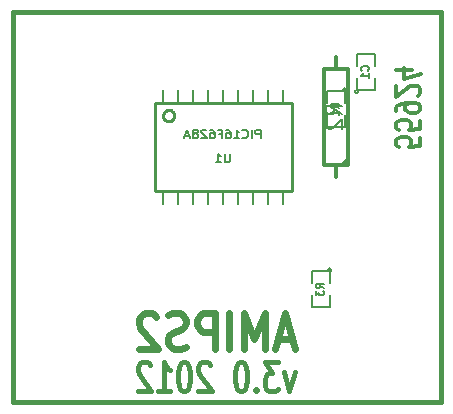
<source format=gbo>
G04 (created by PCBNEW-RS274X (2011-07-08 BZR 3044)-stable) date 29/07/2012 21:08:13*
G01*
G70*
G90*
%MOIN*%
G04 Gerber Fmt 3.4, Leading zero omitted, Abs format*
%FSLAX34Y34*%
G04 APERTURE LIST*
%ADD10C,0.006000*%
%ADD11C,0.012000*%
%ADD12C,0.017700*%
%ADD13C,0.023600*%
%ADD14C,0.015000*%
%ADD15C,0.010000*%
%ADD16C,0.005000*%
%ADD17C,0.005900*%
%ADD18C,0.008000*%
G04 APERTURE END LIST*
G54D10*
G54D11*
X27076Y-10198D02*
X27076Y-10484D01*
X26695Y-10513D01*
X26733Y-10484D01*
X26771Y-10427D01*
X26771Y-10284D01*
X26733Y-10227D01*
X26695Y-10198D01*
X26619Y-10170D01*
X26429Y-10170D01*
X26352Y-10198D01*
X26314Y-10227D01*
X26276Y-10284D01*
X26276Y-10427D01*
X26314Y-10484D01*
X26352Y-10513D01*
X27076Y-09627D02*
X27076Y-09913D01*
X26695Y-09942D01*
X26733Y-09913D01*
X26771Y-09856D01*
X26771Y-09713D01*
X26733Y-09656D01*
X26695Y-09627D01*
X26619Y-09599D01*
X26429Y-09599D01*
X26352Y-09627D01*
X26314Y-09656D01*
X26276Y-09713D01*
X26276Y-09856D01*
X26314Y-09913D01*
X26352Y-09942D01*
X26276Y-09314D02*
X26276Y-09199D01*
X26314Y-09142D01*
X26352Y-09114D01*
X26467Y-09056D01*
X26619Y-09028D01*
X26924Y-09028D01*
X27000Y-09056D01*
X27038Y-09085D01*
X27076Y-09142D01*
X27076Y-09256D01*
X27038Y-09314D01*
X27000Y-09342D01*
X26924Y-09371D01*
X26733Y-09371D01*
X26657Y-09342D01*
X26619Y-09314D01*
X26581Y-09256D01*
X26581Y-09142D01*
X26619Y-09085D01*
X26657Y-09056D01*
X26733Y-09028D01*
X27000Y-08800D02*
X27038Y-08771D01*
X27076Y-08714D01*
X27076Y-08571D01*
X27038Y-08514D01*
X27000Y-08485D01*
X26924Y-08457D01*
X26848Y-08457D01*
X26733Y-08485D01*
X26276Y-08828D01*
X26276Y-08457D01*
X26810Y-07943D02*
X26276Y-07943D01*
X27114Y-08086D02*
X26543Y-08229D01*
X26543Y-07857D01*
G54D12*
X22883Y-17992D02*
X22714Y-18648D01*
X22545Y-17992D01*
X22343Y-17664D02*
X21904Y-17664D01*
X22140Y-18039D01*
X22039Y-18039D01*
X21971Y-18086D01*
X21938Y-18133D01*
X21904Y-18227D01*
X21904Y-18461D01*
X21938Y-18555D01*
X21971Y-18601D01*
X22039Y-18648D01*
X22241Y-18648D01*
X22309Y-18601D01*
X22343Y-18555D01*
X21600Y-18555D02*
X21566Y-18601D01*
X21600Y-18648D01*
X21634Y-18601D01*
X21600Y-18555D01*
X21600Y-18648D01*
X21127Y-17664D02*
X21060Y-17664D01*
X20992Y-17711D01*
X20958Y-17758D01*
X20925Y-17852D01*
X20891Y-18039D01*
X20891Y-18273D01*
X20925Y-18461D01*
X20958Y-18555D01*
X20992Y-18601D01*
X21060Y-18648D01*
X21127Y-18648D01*
X21195Y-18601D01*
X21228Y-18555D01*
X21262Y-18461D01*
X21296Y-18273D01*
X21296Y-18039D01*
X21262Y-17852D01*
X21228Y-17758D01*
X21195Y-17711D01*
X21127Y-17664D01*
X20081Y-17758D02*
X20047Y-17711D01*
X19980Y-17664D01*
X19811Y-17664D01*
X19743Y-17711D01*
X19710Y-17758D01*
X19676Y-17852D01*
X19676Y-17945D01*
X19710Y-18086D01*
X20115Y-18648D01*
X19676Y-18648D01*
X19237Y-17664D02*
X19170Y-17664D01*
X19102Y-17711D01*
X19068Y-17758D01*
X19035Y-17852D01*
X19001Y-18039D01*
X19001Y-18273D01*
X19035Y-18461D01*
X19068Y-18555D01*
X19102Y-18601D01*
X19170Y-18648D01*
X19237Y-18648D01*
X19305Y-18601D01*
X19338Y-18555D01*
X19372Y-18461D01*
X19406Y-18273D01*
X19406Y-18039D01*
X19372Y-17852D01*
X19338Y-17758D01*
X19305Y-17711D01*
X19237Y-17664D01*
X18326Y-18648D02*
X18731Y-18648D01*
X18528Y-18648D02*
X18528Y-17664D01*
X18596Y-17805D01*
X18663Y-17899D01*
X18731Y-17945D01*
X18056Y-17758D02*
X18022Y-17711D01*
X17955Y-17664D01*
X17786Y-17664D01*
X17718Y-17711D01*
X17685Y-17758D01*
X17651Y-17852D01*
X17651Y-17945D01*
X17685Y-18086D01*
X18090Y-18648D01*
X17651Y-18648D01*
G54D13*
X22810Y-16890D02*
X22322Y-16890D01*
X22907Y-17228D02*
X22566Y-16047D01*
X22225Y-17228D01*
X21883Y-17228D02*
X21883Y-16047D01*
X21542Y-16890D01*
X21201Y-16047D01*
X21201Y-17228D01*
X20713Y-17228D02*
X20713Y-16047D01*
X20225Y-17228D02*
X20225Y-16047D01*
X19835Y-16047D01*
X19738Y-16103D01*
X19689Y-16159D01*
X19640Y-16271D01*
X19640Y-16440D01*
X19689Y-16553D01*
X19738Y-16609D01*
X19835Y-16665D01*
X20225Y-16665D01*
X19250Y-17171D02*
X19104Y-17228D01*
X18860Y-17228D01*
X18762Y-17171D01*
X18714Y-17115D01*
X18665Y-17003D01*
X18665Y-16890D01*
X18714Y-16778D01*
X18762Y-16721D01*
X18860Y-16665D01*
X19055Y-16609D01*
X19152Y-16553D01*
X19201Y-16496D01*
X19250Y-16384D01*
X19250Y-16271D01*
X19201Y-16159D01*
X19152Y-16103D01*
X19055Y-16047D01*
X18811Y-16047D01*
X18665Y-16103D01*
X18275Y-16159D02*
X18226Y-16103D01*
X18129Y-16047D01*
X17885Y-16047D01*
X17787Y-16103D01*
X17739Y-16159D01*
X17690Y-16271D01*
X17690Y-16384D01*
X17739Y-16553D01*
X18324Y-17228D01*
X17690Y-17228D01*
G54D14*
X13500Y-06000D02*
X27750Y-06000D01*
X13500Y-19000D02*
X27750Y-19000D01*
X13500Y-19000D02*
X13500Y-06000D01*
X27750Y-06000D02*
X27750Y-19000D01*
G54D15*
X22783Y-11976D02*
X18217Y-11976D01*
X18217Y-09024D02*
X22783Y-09024D01*
G54D16*
X22500Y-11980D02*
X22500Y-12410D01*
X22000Y-11980D02*
X22000Y-12410D01*
X21500Y-11980D02*
X21500Y-12410D01*
X18500Y-08590D02*
X18500Y-09020D01*
G54D15*
X22783Y-09024D02*
X22783Y-11976D01*
X18217Y-11976D02*
X18217Y-09024D01*
G54D16*
X18500Y-11980D02*
X18500Y-12410D01*
X19000Y-11980D02*
X19000Y-12410D01*
X19500Y-11980D02*
X19500Y-12410D01*
X20000Y-12410D02*
X20000Y-11980D01*
X20500Y-12410D02*
X20500Y-11980D01*
X21000Y-12410D02*
X21000Y-11980D01*
X22500Y-09020D02*
X22500Y-08590D01*
X22000Y-09020D02*
X22000Y-08590D01*
X21500Y-09020D02*
X21500Y-08590D01*
X19000Y-09020D02*
X19000Y-08590D01*
X19500Y-08590D02*
X19500Y-09020D01*
X21000Y-08590D02*
X21000Y-09020D01*
X20500Y-08590D02*
X20500Y-09020D01*
X20000Y-08590D02*
X20000Y-09020D01*
G54D15*
X18869Y-09458D02*
X18865Y-09494D01*
X18854Y-09528D01*
X18837Y-09560D01*
X18814Y-09589D01*
X18787Y-09612D01*
X18755Y-09629D01*
X18720Y-09640D01*
X18684Y-09643D01*
X18649Y-09640D01*
X18614Y-09630D01*
X18582Y-09613D01*
X18553Y-09590D01*
X18530Y-09563D01*
X18513Y-09531D01*
X18502Y-09496D01*
X18498Y-09460D01*
X18501Y-09425D01*
X18511Y-09390D01*
X18527Y-09358D01*
X18550Y-09329D01*
X18577Y-09306D01*
X18609Y-09288D01*
X18644Y-09277D01*
X18680Y-09273D01*
X18715Y-09275D01*
X18750Y-09285D01*
X18782Y-09301D01*
X18811Y-09324D01*
X18834Y-09351D01*
X18852Y-09383D01*
X18864Y-09417D01*
X18868Y-09453D01*
X18869Y-09458D01*
G54D16*
X25000Y-08650D02*
X24999Y-08659D01*
X24996Y-08669D01*
X24991Y-08677D01*
X24985Y-08685D01*
X24977Y-08691D01*
X24969Y-08696D01*
X24960Y-08698D01*
X24950Y-08699D01*
X24941Y-08699D01*
X24932Y-08696D01*
X24923Y-08691D01*
X24916Y-08685D01*
X24909Y-08678D01*
X24905Y-08669D01*
X24902Y-08660D01*
X24901Y-08650D01*
X24901Y-08641D01*
X24904Y-08632D01*
X24908Y-08623D01*
X24915Y-08616D01*
X24922Y-08609D01*
X24930Y-08605D01*
X24940Y-08602D01*
X24949Y-08601D01*
X24958Y-08601D01*
X24968Y-08604D01*
X24976Y-08608D01*
X24984Y-08614D01*
X24990Y-08622D01*
X24995Y-08630D01*
X24998Y-08639D01*
X24999Y-08649D01*
X25000Y-08650D01*
X24950Y-08200D02*
X24950Y-08600D01*
X24950Y-08600D02*
X25550Y-08600D01*
X25550Y-08600D02*
X25550Y-08200D01*
X25550Y-07800D02*
X25550Y-07400D01*
X25550Y-07400D02*
X24950Y-07400D01*
X24950Y-07400D02*
X24950Y-07800D01*
X24600Y-08600D02*
X24599Y-08609D01*
X24596Y-08619D01*
X24591Y-08627D01*
X24585Y-08635D01*
X24577Y-08641D01*
X24569Y-08646D01*
X24560Y-08648D01*
X24550Y-08649D01*
X24541Y-08649D01*
X24532Y-08646D01*
X24523Y-08641D01*
X24516Y-08635D01*
X24509Y-08628D01*
X24505Y-08619D01*
X24502Y-08610D01*
X24501Y-08600D01*
X24501Y-08591D01*
X24504Y-08582D01*
X24508Y-08573D01*
X24515Y-08566D01*
X24522Y-08559D01*
X24530Y-08555D01*
X24540Y-08552D01*
X24549Y-08551D01*
X24558Y-08551D01*
X24568Y-08554D01*
X24576Y-08558D01*
X24584Y-08564D01*
X24590Y-08572D01*
X24595Y-08580D01*
X24598Y-08589D01*
X24599Y-08599D01*
X24600Y-08600D01*
X24550Y-09050D02*
X24550Y-08650D01*
X24550Y-08650D02*
X23950Y-08650D01*
X23950Y-08650D02*
X23950Y-09050D01*
X23950Y-09450D02*
X23950Y-09850D01*
X23950Y-09850D02*
X24550Y-09850D01*
X24550Y-09850D02*
X24550Y-09450D01*
X24100Y-14600D02*
X24099Y-14609D01*
X24096Y-14619D01*
X24091Y-14627D01*
X24085Y-14635D01*
X24077Y-14641D01*
X24069Y-14646D01*
X24060Y-14648D01*
X24050Y-14649D01*
X24041Y-14649D01*
X24032Y-14646D01*
X24023Y-14641D01*
X24016Y-14635D01*
X24009Y-14628D01*
X24005Y-14619D01*
X24002Y-14610D01*
X24001Y-14600D01*
X24001Y-14591D01*
X24004Y-14582D01*
X24008Y-14573D01*
X24015Y-14566D01*
X24022Y-14559D01*
X24030Y-14555D01*
X24040Y-14552D01*
X24049Y-14551D01*
X24058Y-14551D01*
X24068Y-14554D01*
X24076Y-14558D01*
X24084Y-14564D01*
X24090Y-14572D01*
X24095Y-14580D01*
X24098Y-14589D01*
X24099Y-14599D01*
X24100Y-14600D01*
X24050Y-15050D02*
X24050Y-14650D01*
X24050Y-14650D02*
X23450Y-14650D01*
X23450Y-14650D02*
X23450Y-15050D01*
X23450Y-15450D02*
X23450Y-15850D01*
X23450Y-15850D02*
X24050Y-15850D01*
X24050Y-15850D02*
X24050Y-15450D01*
G54D11*
X24250Y-11500D02*
X24250Y-11100D01*
X24250Y-11100D02*
X24650Y-11100D01*
X24650Y-11100D02*
X24650Y-07900D01*
X24650Y-07900D02*
X23850Y-07900D01*
X23850Y-07900D02*
X23850Y-11100D01*
X23850Y-11100D02*
X24250Y-11100D01*
X24450Y-11100D02*
X24650Y-10900D01*
X24250Y-07500D02*
X24250Y-07900D01*
G54D17*
X20725Y-10724D02*
X20725Y-10963D01*
X20711Y-10991D01*
X20697Y-11005D01*
X20669Y-11019D01*
X20612Y-11019D01*
X20584Y-11005D01*
X20570Y-10991D01*
X20556Y-10963D01*
X20556Y-10724D01*
X20261Y-11019D02*
X20430Y-11019D01*
X20346Y-11019D02*
X20346Y-10724D01*
X20374Y-10766D01*
X20402Y-10794D01*
X20430Y-10808D01*
X21750Y-10219D02*
X21750Y-09924D01*
X21637Y-09924D01*
X21609Y-09938D01*
X21595Y-09952D01*
X21581Y-09980D01*
X21581Y-10022D01*
X21595Y-10050D01*
X21609Y-10064D01*
X21637Y-10078D01*
X21750Y-10078D01*
X21455Y-10219D02*
X21455Y-09924D01*
X21146Y-10191D02*
X21160Y-10205D01*
X21202Y-10219D01*
X21230Y-10219D01*
X21273Y-10205D01*
X21301Y-10177D01*
X21315Y-10149D01*
X21329Y-10092D01*
X21329Y-10050D01*
X21315Y-09994D01*
X21301Y-09966D01*
X21273Y-09938D01*
X21230Y-09924D01*
X21202Y-09924D01*
X21160Y-09938D01*
X21146Y-09952D01*
X20865Y-10219D02*
X21034Y-10219D01*
X20950Y-10219D02*
X20950Y-09924D01*
X20978Y-09966D01*
X21006Y-09994D01*
X21034Y-10008D01*
X20612Y-09924D02*
X20669Y-09924D01*
X20697Y-09938D01*
X20711Y-09952D01*
X20739Y-09994D01*
X20753Y-10050D01*
X20753Y-10163D01*
X20739Y-10191D01*
X20725Y-10205D01*
X20697Y-10219D01*
X20640Y-10219D01*
X20612Y-10205D01*
X20598Y-10191D01*
X20584Y-10163D01*
X20584Y-10092D01*
X20598Y-10064D01*
X20612Y-10050D01*
X20640Y-10036D01*
X20697Y-10036D01*
X20725Y-10050D01*
X20739Y-10064D01*
X20753Y-10092D01*
X20359Y-10064D02*
X20458Y-10064D01*
X20458Y-10219D02*
X20458Y-09924D01*
X20317Y-09924D01*
X20078Y-09924D02*
X20135Y-09924D01*
X20163Y-09938D01*
X20177Y-09952D01*
X20205Y-09994D01*
X20219Y-10050D01*
X20219Y-10163D01*
X20205Y-10191D01*
X20191Y-10205D01*
X20163Y-10219D01*
X20106Y-10219D01*
X20078Y-10205D01*
X20064Y-10191D01*
X20050Y-10163D01*
X20050Y-10092D01*
X20064Y-10064D01*
X20078Y-10050D01*
X20106Y-10036D01*
X20163Y-10036D01*
X20191Y-10050D01*
X20205Y-10064D01*
X20219Y-10092D01*
X19938Y-09952D02*
X19924Y-09938D01*
X19896Y-09924D01*
X19825Y-09924D01*
X19797Y-09938D01*
X19783Y-09952D01*
X19769Y-09980D01*
X19769Y-10008D01*
X19783Y-10050D01*
X19952Y-10219D01*
X19769Y-10219D01*
X19601Y-10050D02*
X19629Y-10036D01*
X19643Y-10022D01*
X19657Y-09994D01*
X19657Y-09980D01*
X19643Y-09952D01*
X19629Y-09938D01*
X19601Y-09924D01*
X19544Y-09924D01*
X19516Y-09938D01*
X19502Y-09952D01*
X19488Y-09980D01*
X19488Y-09994D01*
X19502Y-10022D01*
X19516Y-10036D01*
X19544Y-10050D01*
X19601Y-10050D01*
X19629Y-10064D01*
X19643Y-10078D01*
X19657Y-10107D01*
X19657Y-10163D01*
X19643Y-10191D01*
X19629Y-10205D01*
X19601Y-10219D01*
X19544Y-10219D01*
X19516Y-10205D01*
X19502Y-10191D01*
X19488Y-10163D01*
X19488Y-10107D01*
X19502Y-10078D01*
X19516Y-10064D01*
X19544Y-10050D01*
X19376Y-10135D02*
X19235Y-10135D01*
X19404Y-10219D02*
X19306Y-09924D01*
X19207Y-10219D01*
G54D16*
X25327Y-07958D02*
X25339Y-07946D01*
X25351Y-07911D01*
X25351Y-07887D01*
X25339Y-07851D01*
X25315Y-07827D01*
X25292Y-07816D01*
X25244Y-07804D01*
X25208Y-07804D01*
X25161Y-07816D01*
X25137Y-07827D01*
X25113Y-07851D01*
X25101Y-07887D01*
X25101Y-07911D01*
X25113Y-07946D01*
X25125Y-07958D01*
X25351Y-08196D02*
X25351Y-08054D01*
X25351Y-08125D02*
X25101Y-08125D01*
X25137Y-08101D01*
X25161Y-08077D01*
X25173Y-08054D01*
X24351Y-09208D02*
X24232Y-09125D01*
X24351Y-09066D02*
X24101Y-09066D01*
X24101Y-09161D01*
X24113Y-09185D01*
X24125Y-09196D01*
X24149Y-09208D01*
X24185Y-09208D01*
X24208Y-09196D01*
X24220Y-09185D01*
X24232Y-09161D01*
X24232Y-09066D01*
X24351Y-09446D02*
X24351Y-09304D01*
X24351Y-09375D02*
X24101Y-09375D01*
X24137Y-09351D01*
X24161Y-09327D01*
X24173Y-09304D01*
X23851Y-15208D02*
X23732Y-15125D01*
X23851Y-15066D02*
X23601Y-15066D01*
X23601Y-15161D01*
X23613Y-15185D01*
X23625Y-15196D01*
X23649Y-15208D01*
X23685Y-15208D01*
X23708Y-15196D01*
X23720Y-15185D01*
X23732Y-15161D01*
X23732Y-15066D01*
X23601Y-15292D02*
X23601Y-15446D01*
X23696Y-15363D01*
X23696Y-15399D01*
X23708Y-15423D01*
X23720Y-15435D01*
X23744Y-15446D01*
X23804Y-15446D01*
X23827Y-15435D01*
X23839Y-15423D01*
X23851Y-15399D01*
X23851Y-15327D01*
X23839Y-15304D01*
X23827Y-15292D01*
G54D18*
X24473Y-09417D02*
X24211Y-09250D01*
X24473Y-09131D02*
X23923Y-09131D01*
X23923Y-09322D01*
X23949Y-09369D01*
X23975Y-09393D01*
X24027Y-09417D01*
X24106Y-09417D01*
X24158Y-09393D01*
X24185Y-09369D01*
X24211Y-09322D01*
X24211Y-09131D01*
X23975Y-09607D02*
X23949Y-09631D01*
X23923Y-09679D01*
X23923Y-09798D01*
X23949Y-09845D01*
X23975Y-09869D01*
X24027Y-09893D01*
X24080Y-09893D01*
X24158Y-09869D01*
X24473Y-09583D01*
X24473Y-09893D01*
M02*

</source>
